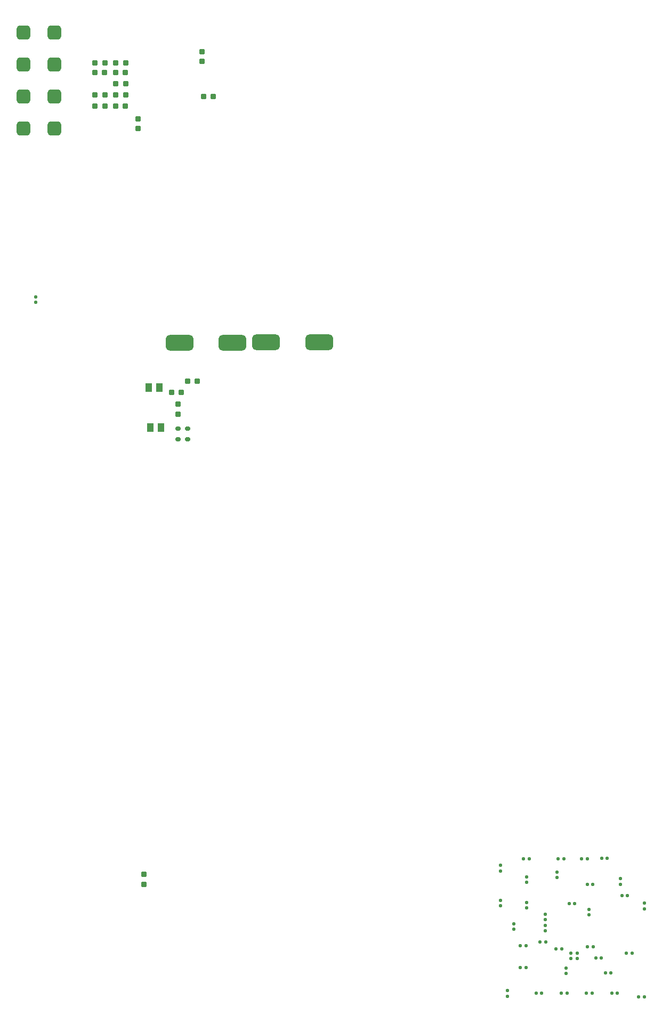
<source format=gbp>
G04*
G04 #@! TF.GenerationSoftware,Altium Limited,Altium Designer,23.4.1 (23)*
G04*
G04 Layer_Color=128*
%FSLAX44Y44*%
%MOMM*%
G71*
G04*
G04 #@! TF.SameCoordinates,CF21992F-A9CA-4C5A-8A3B-549160C445C6*
G04*
G04*
G04 #@! TF.FilePolarity,Positive*
G04*
G01*
G75*
G04:AMPARAMS|DCode=40|XSize=0.508mm|YSize=0.508mm|CornerRadius=0.1524mm|HoleSize=0mm|Usage=FLASHONLY|Rotation=180.000|XOffset=0mm|YOffset=0mm|HoleType=Round|Shape=RoundedRectangle|*
%AMROUNDEDRECTD40*
21,1,0.5080,0.2032,0,0,180.0*
21,1,0.2032,0.5080,0,0,180.0*
1,1,0.3048,-0.1016,0.1016*
1,1,0.3048,0.1016,0.1016*
1,1,0.3048,0.1016,-0.1016*
1,1,0.3048,-0.1016,-0.1016*
%
%ADD40ROUNDEDRECTD40*%
G04:AMPARAMS|DCode=41|XSize=0.508mm|YSize=0.508mm|CornerRadius=0.1524mm|HoleSize=0mm|Usage=FLASHONLY|Rotation=270.000|XOffset=0mm|YOffset=0mm|HoleType=Round|Shape=RoundedRectangle|*
%AMROUNDEDRECTD41*
21,1,0.5080,0.2032,0,0,270.0*
21,1,0.2032,0.5080,0,0,270.0*
1,1,0.3048,-0.1016,-0.1016*
1,1,0.3048,-0.1016,0.1016*
1,1,0.3048,0.1016,0.1016*
1,1,0.3048,0.1016,-0.1016*
%
%ADD41ROUNDEDRECTD41*%
G04:AMPARAMS|DCode=43|XSize=0.889mm|YSize=0.7874mm|CornerRadius=0.1535mm|HoleSize=0mm|Usage=FLASHONLY|Rotation=0.000|XOffset=0mm|YOffset=0mm|HoleType=Round|Shape=RoundedRectangle|*
%AMROUNDEDRECTD43*
21,1,0.8890,0.4803,0,0,0.0*
21,1,0.5819,0.7874,0,0,0.0*
1,1,0.3071,0.2910,-0.2402*
1,1,0.3071,-0.2910,-0.2402*
1,1,0.3071,-0.2910,0.2402*
1,1,0.3071,0.2910,0.2402*
%
%ADD43ROUNDEDRECTD43*%
G04:AMPARAMS|DCode=45|XSize=4.4mm|YSize=2.5mm|CornerRadius=0.625mm|HoleSize=0mm|Usage=FLASHONLY|Rotation=0.000|XOffset=0mm|YOffset=0mm|HoleType=Round|Shape=RoundedRectangle|*
%AMROUNDEDRECTD45*
21,1,4.4000,1.2500,0,0,0.0*
21,1,3.1500,2.5000,0,0,0.0*
1,1,1.2500,1.5750,-0.6250*
1,1,1.2500,-1.5750,-0.6250*
1,1,1.2500,-1.5750,0.6250*
1,1,1.2500,1.5750,0.6250*
%
%ADD45ROUNDEDRECTD45*%
G04:AMPARAMS|DCode=46|XSize=0.889mm|YSize=0.8636mm|CornerRadius=0.1511mm|HoleSize=0mm|Usage=FLASHONLY|Rotation=90.000|XOffset=0mm|YOffset=0mm|HoleType=Round|Shape=RoundedRectangle|*
%AMROUNDEDRECTD46*
21,1,0.8890,0.5613,0,0,90.0*
21,1,0.5867,0.8636,0,0,90.0*
1,1,0.3023,0.2807,0.2934*
1,1,0.3023,0.2807,-0.2934*
1,1,0.3023,-0.2807,-0.2934*
1,1,0.3023,-0.2807,0.2934*
%
%ADD46ROUNDEDRECTD46*%
G04:AMPARAMS|DCode=50|XSize=0.889mm|YSize=0.8636mm|CornerRadius=0.1511mm|HoleSize=0mm|Usage=FLASHONLY|Rotation=180.000|XOffset=0mm|YOffset=0mm|HoleType=Round|Shape=RoundedRectangle|*
%AMROUNDEDRECTD50*
21,1,0.8890,0.5613,0,0,180.0*
21,1,0.5867,0.8636,0,0,180.0*
1,1,0.3023,-0.2934,0.2807*
1,1,0.3023,0.2934,0.2807*
1,1,0.3023,0.2934,-0.2807*
1,1,0.3023,-0.2934,-0.2807*
%
%ADD50ROUNDEDRECTD50*%
G04:AMPARAMS|DCode=52|XSize=0.889mm|YSize=0.7874mm|CornerRadius=0.1535mm|HoleSize=0mm|Usage=FLASHONLY|Rotation=270.000|XOffset=0mm|YOffset=0mm|HoleType=Round|Shape=RoundedRectangle|*
%AMROUNDEDRECTD52*
21,1,0.8890,0.4803,0,0,270.0*
21,1,0.5819,0.7874,0,0,270.0*
1,1,0.3071,-0.2402,-0.2910*
1,1,0.3071,-0.2402,0.2910*
1,1,0.3071,0.2402,0.2910*
1,1,0.3071,0.2402,-0.2910*
%
%ADD52ROUNDEDRECTD52*%
G04:AMPARAMS|DCode=62|XSize=0.889mm|YSize=0.8636mm|CornerRadius=0.2289mm|HoleSize=0mm|Usage=FLASHONLY|Rotation=0.000|XOffset=0mm|YOffset=0mm|HoleType=Round|Shape=RoundedRectangle|*
%AMROUNDEDRECTD62*
21,1,0.8890,0.4059,0,0,0.0*
21,1,0.4313,0.8636,0,0,0.0*
1,1,0.4577,0.2157,-0.2030*
1,1,0.4577,-0.2157,-0.2030*
1,1,0.4577,-0.2157,0.2030*
1,1,0.4577,0.2157,0.2030*
%
%ADD62ROUNDEDRECTD62*%
G04:AMPARAMS|DCode=249|XSize=2.26mm|YSize=2.16mm|CornerRadius=0.54mm|HoleSize=0mm|Usage=FLASHONLY|Rotation=270.000|XOffset=0mm|YOffset=0mm|HoleType=Round|Shape=RoundedRectangle|*
%AMROUNDEDRECTD249*
21,1,2.2600,1.0800,0,0,270.0*
21,1,1.1800,2.1600,0,0,270.0*
1,1,1.0800,-0.5400,-0.5900*
1,1,1.0800,-0.5400,0.5900*
1,1,1.0800,0.5400,0.5900*
1,1,1.0800,0.5400,-0.5900*
%
%ADD249ROUNDEDRECTD249*%
G04:AMPARAMS|DCode=250|XSize=1.397mm|YSize=1.0922mm|CornerRadius=0.2021mm|HoleSize=0mm|Usage=FLASHONLY|Rotation=90.000|XOffset=0mm|YOffset=0mm|HoleType=Round|Shape=RoundedRectangle|*
%AMROUNDEDRECTD250*
21,1,1.3970,0.6881,0,0,90.0*
21,1,0.9929,1.0922,0,0,90.0*
1,1,0.4041,0.3440,0.4964*
1,1,0.4041,0.3440,-0.4964*
1,1,0.4041,-0.3440,-0.4964*
1,1,0.4041,-0.3440,0.4964*
%
%ADD250ROUNDEDRECTD250*%
G04:AMPARAMS|DCode=254|XSize=0.6mm|YSize=0.8mm|CornerRadius=0.1375mm|HoleSize=0mm|Usage=FLASHONLY|Rotation=90.000|XOffset=0mm|YOffset=0mm|HoleType=Round|Shape=RoundedRectangle|*
%AMROUNDEDRECTD254*
21,1,0.6000,0.5250,0,0,90.0*
21,1,0.3250,0.8000,0,0,90.0*
1,1,0.2750,0.2625,0.1625*
1,1,0.2750,0.2625,-0.1625*
1,1,0.2750,-0.2625,-0.1625*
1,1,0.2750,-0.2625,0.1625*
%
%ADD254ROUNDEDRECTD254*%
D40*
X1045464Y826389D02*
D03*
Y835279D02*
D03*
X854710Y800989D02*
D03*
Y792099D02*
D03*
X995426Y777621D02*
D03*
Y786511D02*
D03*
X875792Y754761D02*
D03*
Y763651D02*
D03*
X896112Y788797D02*
D03*
Y797687D02*
D03*
X944372Y845693D02*
D03*
Y836803D02*
D03*
X896112Y838327D02*
D03*
Y829437D02*
D03*
X1083056Y796417D02*
D03*
Y787527D02*
D03*
X959104Y684657D02*
D03*
Y693547D02*
D03*
X977138Y708279D02*
D03*
Y717169D02*
D03*
X925830Y770001D02*
D03*
Y778891D02*
D03*
X865881Y648589D02*
D03*
Y657479D02*
D03*
X854710Y847471D02*
D03*
Y856361D02*
D03*
X925830Y761111D02*
D03*
Y752221D02*
D03*
X966216Y708279D02*
D03*
Y717169D02*
D03*
X116263Y1759486D02*
D03*
Y1750596D02*
D03*
D41*
X1030326Y685575D02*
D03*
X1021436D02*
D03*
X1040384Y653034D02*
D03*
X1031494D02*
D03*
X895223Y728980D02*
D03*
X886333D02*
D03*
X1002157Y727456D02*
D03*
X993267D02*
D03*
X917829Y734822D02*
D03*
X926719D02*
D03*
X1024255Y867664D02*
D03*
X1015365D02*
D03*
X900303Y866394D02*
D03*
X891413D02*
D03*
X955421Y866648D02*
D03*
X946531D02*
D03*
X992759D02*
D03*
X983869D02*
D03*
X1056513Y807974D02*
D03*
X1047623D02*
D03*
X992759Y826262D02*
D03*
X1001649D02*
D03*
X943229Y723646D02*
D03*
X952119D02*
D03*
X1000307Y653034D02*
D03*
X991417D02*
D03*
X960374D02*
D03*
X951484D02*
D03*
X1063879Y717296D02*
D03*
X1054989D02*
D03*
X920307Y653034D02*
D03*
X911417D02*
D03*
X1083437Y647446D02*
D03*
X1074547D02*
D03*
X1015111Y708914D02*
D03*
X1006221D02*
D03*
X972947Y795782D02*
D03*
X964057D02*
D03*
X895223Y694182D02*
D03*
X886333D02*
D03*
D43*
X342900Y1573149D02*
D03*
Y1589151D02*
D03*
X288544Y842137D02*
D03*
Y826135D02*
D03*
D45*
X482600Y1686933D02*
D03*
X566600D02*
D03*
X345260Y1686560D02*
D03*
X429260D02*
D03*
D46*
X279400Y2027047D02*
D03*
Y2042033D02*
D03*
X381000Y2148713D02*
D03*
Y2133727D02*
D03*
D50*
X358267Y1625600D02*
D03*
X373253D02*
D03*
X243967Y2062480D02*
D03*
X258953D02*
D03*
X225933Y2115820D02*
D03*
X210947D02*
D03*
X258953D02*
D03*
X243967D02*
D03*
X383667Y2077720D02*
D03*
X398653D02*
D03*
D52*
X243459Y2131060D02*
D03*
X259461D02*
D03*
X210439D02*
D03*
X226441D02*
D03*
X259461Y2080260D02*
D03*
X243459D02*
D03*
X226441D02*
D03*
X210439D02*
D03*
X226441Y2062480D02*
D03*
X210439D02*
D03*
X259461Y2098040D02*
D03*
X243459D02*
D03*
D62*
X332867Y1607820D02*
D03*
X347853D02*
D03*
D249*
X146420Y2179320D02*
D03*
X97420D02*
D03*
X146420Y2128520D02*
D03*
X97420D02*
D03*
X146420Y2077720D02*
D03*
X97420D02*
D03*
X146420Y2026920D02*
D03*
X97420D02*
D03*
D250*
X313309Y1615115D02*
D03*
X296291D02*
D03*
X315849Y1551615D02*
D03*
X298831D02*
D03*
D254*
X358270Y1533530D02*
D03*
Y1550030D02*
D03*
X342770D02*
D03*
Y1533530D02*
D03*
M02*

</source>
